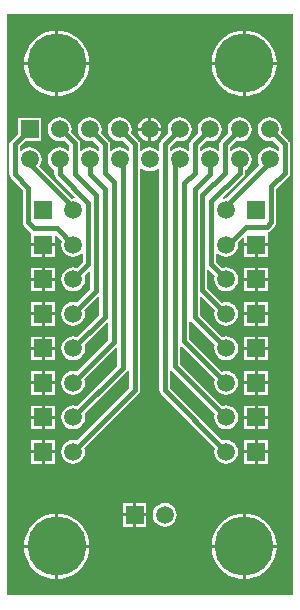
<source format=gbl>
%FSLAX24Y24*%
%MOIN*%
G70*
G01*
G75*
G04 Layer_Physical_Order=2*
G04 Layer_Color=16711680*
%ADD10R,0.0276X0.0354*%
%ADD11R,0.0335X0.0138*%
%ADD12R,0.0354X0.0276*%
%ADD13R,0.0433X0.0551*%
%ADD14C,0.0100*%
%ADD15C,0.0300*%
%ADD16C,0.0250*%
%ADD17R,0.0591X0.0591*%
%ADD18C,0.0591*%
%ADD19C,0.1969*%
%ADD20C,0.0150*%
%ADD21C,0.0200*%
G36*
X61890Y17066D02*
X52353D01*
Y36447D01*
X61890D01*
Y17066D01*
D02*
G37*
%LPC*%
G36*
X53500Y23395D02*
X53155D01*
Y23050D01*
X53500D01*
Y23395D01*
D02*
G37*
G36*
X61045Y22950D02*
X60700D01*
Y22605D01*
X61045D01*
Y22950D01*
D02*
G37*
G36*
X60600Y23395D02*
X60255D01*
Y23050D01*
X60600D01*
Y23395D01*
D02*
G37*
G36*
X53945D02*
X53600D01*
Y23050D01*
X53945D01*
Y23395D01*
D02*
G37*
G36*
X60600Y22950D02*
X60255D01*
Y22605D01*
X60600D01*
Y22950D01*
D02*
G37*
G36*
X61045Y22245D02*
X60700D01*
Y21900D01*
X61045D01*
Y22245D01*
D02*
G37*
G36*
X60600D02*
X60255D01*
Y21900D01*
X60600D01*
Y22245D01*
D02*
G37*
G36*
X53945Y22950D02*
X53600D01*
Y22605D01*
X53945D01*
Y22950D01*
D02*
G37*
G36*
X53500D02*
X53155D01*
Y22605D01*
X53500D01*
Y22950D01*
D02*
G37*
G36*
X61045Y23395D02*
X60700D01*
Y23050D01*
X61045D01*
Y23395D01*
D02*
G37*
G36*
X60600Y24545D02*
X60255D01*
Y24200D01*
X60600D01*
Y24545D01*
D02*
G37*
G36*
X53945D02*
X53600D01*
Y24200D01*
X53945D01*
Y24545D01*
D02*
G37*
G36*
X53500Y25250D02*
X53155D01*
Y24905D01*
X53500D01*
Y25250D01*
D02*
G37*
G36*
X61045Y24545D02*
X60700D01*
Y24200D01*
X61045D01*
Y24545D01*
D02*
G37*
G36*
X53500D02*
X53155D01*
Y24200D01*
X53500D01*
Y24545D01*
D02*
G37*
G36*
X53945Y24100D02*
X53600D01*
Y23755D01*
X53945D01*
Y24100D01*
D02*
G37*
G36*
X53500D02*
X53155D01*
Y23755D01*
X53500D01*
Y24100D01*
D02*
G37*
G36*
X61045D02*
X60700D01*
Y23755D01*
X61045D01*
Y24100D01*
D02*
G37*
G36*
X60600D02*
X60255D01*
Y23755D01*
X60600D01*
Y24100D01*
D02*
G37*
G36*
X60200Y19784D02*
X60080Y19774D01*
X59914Y19734D01*
X59756Y19669D01*
X59611Y19580D01*
X59481Y19469D01*
X59370Y19339D01*
X59281Y19194D01*
X59216Y19036D01*
X59176Y18870D01*
X59166Y18750D01*
X60200D01*
Y19784D01*
D02*
G37*
G36*
X54050D02*
Y18750D01*
X55084D01*
X55074Y18870D01*
X55034Y19036D01*
X54969Y19194D01*
X54880Y19339D01*
X54769Y19469D01*
X54639Y19580D01*
X54494Y19669D01*
X54336Y19734D01*
X54170Y19774D01*
X54050Y19784D01*
D02*
G37*
G36*
X57600Y20149D02*
X57497Y20135D01*
X57401Y20095D01*
X57318Y20032D01*
X57255Y19949D01*
X57215Y19853D01*
X57201Y19750D01*
X57215Y19647D01*
X57255Y19551D01*
X57318Y19468D01*
X57401Y19405D01*
X57497Y19365D01*
X57600Y19351D01*
X57703Y19365D01*
X57799Y19405D01*
X57882Y19468D01*
X57945Y19551D01*
X57985Y19647D01*
X57999Y19750D01*
X57985Y19853D01*
X57945Y19949D01*
X57882Y20032D01*
X57799Y20095D01*
X57703Y20135D01*
X57600Y20149D01*
D02*
G37*
G36*
X60300Y19784D02*
Y18750D01*
X61334D01*
X61324Y18870D01*
X61284Y19036D01*
X61219Y19194D01*
X61130Y19339D01*
X61019Y19469D01*
X60889Y19580D01*
X60744Y19669D01*
X60586Y19734D01*
X60420Y19774D01*
X60300Y19784D01*
D02*
G37*
G36*
X53950D02*
X53830Y19774D01*
X53664Y19734D01*
X53506Y19669D01*
X53361Y19580D01*
X53231Y19469D01*
X53120Y19339D01*
X53031Y19194D01*
X52966Y19036D01*
X52926Y18870D01*
X52916Y18750D01*
X53950D01*
Y19784D01*
D02*
G37*
G36*
X55084Y18650D02*
X54050D01*
Y17616D01*
X54170Y17626D01*
X54336Y17666D01*
X54494Y17731D01*
X54639Y17820D01*
X54769Y17931D01*
X54880Y18061D01*
X54969Y18206D01*
X55034Y18364D01*
X55074Y18530D01*
X55084Y18650D01*
D02*
G37*
G36*
X53950D02*
X52916D01*
X52926Y18530D01*
X52966Y18364D01*
X53031Y18206D01*
X53120Y18061D01*
X53231Y17931D01*
X53361Y17820D01*
X53506Y17731D01*
X53664Y17666D01*
X53830Y17626D01*
X53950Y17616D01*
Y18650D01*
D02*
G37*
G36*
X61334D02*
X60300D01*
Y17616D01*
X60420Y17626D01*
X60586Y17666D01*
X60744Y17731D01*
X60889Y17820D01*
X61019Y17931D01*
X61130Y18061D01*
X61219Y18206D01*
X61284Y18364D01*
X61324Y18530D01*
X61334Y18650D01*
D02*
G37*
G36*
X60200D02*
X59166D01*
X59176Y18530D01*
X59216Y18364D01*
X59281Y18206D01*
X59370Y18061D01*
X59481Y17931D01*
X59611Y17820D01*
X59756Y17731D01*
X59914Y17666D01*
X60080Y17626D01*
X60200Y17616D01*
Y18650D01*
D02*
G37*
G36*
X56550Y19700D02*
X56205D01*
Y19355D01*
X56550D01*
Y19700D01*
D02*
G37*
G36*
X61045Y21800D02*
X60700D01*
Y21455D01*
X61045D01*
Y21800D01*
D02*
G37*
G36*
X60600D02*
X60255D01*
Y21455D01*
X60600D01*
Y21800D01*
D02*
G37*
G36*
X53945Y22245D02*
X53600D01*
Y21900D01*
X53945D01*
Y22245D01*
D02*
G37*
G36*
X53500D02*
X53155D01*
Y21900D01*
X53500D01*
Y22245D01*
D02*
G37*
G36*
X53945Y21800D02*
X53600D01*
Y21455D01*
X53945D01*
Y21800D01*
D02*
G37*
G36*
X56550Y20145D02*
X56205D01*
Y19800D01*
X56550D01*
Y20145D01*
D02*
G37*
G36*
X56995Y19700D02*
X56650D01*
Y19355D01*
X56995D01*
Y19700D01*
D02*
G37*
G36*
X53500Y21800D02*
X53155D01*
Y21455D01*
X53500D01*
Y21800D01*
D02*
G37*
G36*
X56995Y20145D02*
X56650D01*
Y19800D01*
X56995D01*
Y20145D01*
D02*
G37*
G36*
X53945Y25250D02*
X53600D01*
Y24905D01*
X53945D01*
Y25250D01*
D02*
G37*
G36*
X61100Y32999D02*
X60997Y32985D01*
X60901Y32945D01*
X60818Y32882D01*
X60755Y32799D01*
X60715Y32703D01*
X60701Y32600D01*
X60715Y32497D01*
X60755Y32401D01*
X60818Y32318D01*
X60901Y32255D01*
X60997Y32215D01*
X61100Y32201D01*
X61203Y32215D01*
X61224Y32224D01*
X61422Y32026D01*
Y31908D01*
X61377Y31886D01*
X61299Y31945D01*
X61203Y31985D01*
X61100Y31999D01*
X60997Y31985D01*
X60901Y31945D01*
X60818Y31882D01*
X60755Y31799D01*
X60715Y31703D01*
X60701Y31600D01*
X60715Y31497D01*
X60753Y31405D01*
X59646Y30298D01*
X59556Y30286D01*
X59533Y30331D01*
X60226Y31024D01*
X60265Y31082D01*
X60278Y31150D01*
X60278Y31150D01*
Y31246D01*
X60299Y31255D01*
X60382Y31318D01*
X60445Y31401D01*
X60485Y31497D01*
X60499Y31600D01*
X60485Y31703D01*
X60445Y31799D01*
X60382Y31882D01*
X60299Y31945D01*
X60203Y31985D01*
X60100Y31999D01*
X59997Y31985D01*
X59901Y31945D01*
X59823Y31886D01*
X59778Y31908D01*
Y32026D01*
X59976Y32224D01*
X59997Y32215D01*
X60100Y32201D01*
X60203Y32215D01*
X60299Y32255D01*
X60382Y32318D01*
X60445Y32401D01*
X60485Y32497D01*
X60499Y32600D01*
X60485Y32703D01*
X60445Y32799D01*
X60382Y32882D01*
X60299Y32945D01*
X60203Y32985D01*
X60100Y32999D01*
X59997Y32985D01*
X59901Y32945D01*
X59818Y32882D01*
X59755Y32799D01*
X59715Y32703D01*
X59701Y32600D01*
X59715Y32497D01*
X59724Y32476D01*
X59474Y32226D01*
X59435Y32168D01*
X59422Y32100D01*
Y31908D01*
X59377Y31886D01*
X59299Y31945D01*
X59203Y31985D01*
X59100Y31999D01*
X58997Y31985D01*
X58901Y31945D01*
X58823Y31886D01*
X58778Y31908D01*
Y32026D01*
X58976Y32224D01*
X58997Y32215D01*
X59100Y32201D01*
X59203Y32215D01*
X59299Y32255D01*
X59382Y32318D01*
X59445Y32401D01*
X59485Y32497D01*
X59499Y32600D01*
X59485Y32703D01*
X59445Y32799D01*
X59382Y32882D01*
X59299Y32945D01*
X59203Y32985D01*
X59100Y32999D01*
X58997Y32985D01*
X58901Y32945D01*
X58818Y32882D01*
X58755Y32799D01*
X58715Y32703D01*
X58701Y32600D01*
X58715Y32497D01*
X58724Y32476D01*
X58474Y32226D01*
X58435Y32168D01*
X58422Y32100D01*
Y31908D01*
X58377Y31886D01*
X58299Y31945D01*
X58203Y31985D01*
X58100Y31999D01*
X57997Y31985D01*
X57901Y31945D01*
X57823Y31886D01*
X57778Y31908D01*
Y32026D01*
X57976Y32224D01*
X57997Y32215D01*
X58100Y32201D01*
X58203Y32215D01*
X58299Y32255D01*
X58382Y32318D01*
X58445Y32401D01*
X58485Y32497D01*
X58499Y32600D01*
X58485Y32703D01*
X58445Y32799D01*
X58382Y32882D01*
X58299Y32945D01*
X58203Y32985D01*
X58100Y32999D01*
X57997Y32985D01*
X57901Y32945D01*
X57818Y32882D01*
X57755Y32799D01*
X57715Y32703D01*
X57701Y32600D01*
X57715Y32497D01*
X57724Y32476D01*
X57474Y32226D01*
X57435Y32168D01*
X57422Y32100D01*
Y31908D01*
X57377Y31886D01*
X57299Y31945D01*
X57203Y31985D01*
X57100Y31999D01*
X56997Y31985D01*
X56901Y31945D01*
X56823Y31886D01*
X56778Y31908D01*
Y32100D01*
X56778Y32100D01*
X56765Y32168D01*
X56746Y32197D01*
X56726Y32226D01*
X56726Y32226D01*
X56476Y32476D01*
X56485Y32497D01*
X56499Y32600D01*
X56485Y32703D01*
X56445Y32799D01*
X56382Y32882D01*
X56299Y32945D01*
X56203Y32985D01*
X56100Y32999D01*
X55997Y32985D01*
X55901Y32945D01*
X55818Y32882D01*
X55755Y32799D01*
X55715Y32703D01*
X55701Y32600D01*
X55715Y32497D01*
X55755Y32401D01*
X55818Y32318D01*
X55901Y32255D01*
X55997Y32215D01*
X56100Y32201D01*
X56203Y32215D01*
X56224Y32224D01*
X56422Y32026D01*
Y31908D01*
X56377Y31886D01*
X56299Y31945D01*
X56203Y31985D01*
X56100Y31999D01*
X55997Y31985D01*
X55901Y31945D01*
X55823Y31886D01*
X55778Y31908D01*
Y32100D01*
X55778Y32100D01*
X55765Y32168D01*
X55746Y32197D01*
X55726Y32226D01*
X55726Y32226D01*
X55476Y32476D01*
X55485Y32497D01*
X55499Y32600D01*
X55485Y32703D01*
X55445Y32799D01*
X55382Y32882D01*
X55299Y32945D01*
X55203Y32985D01*
X55100Y32999D01*
X54997Y32985D01*
X54901Y32945D01*
X54818Y32882D01*
X54755Y32799D01*
X54715Y32703D01*
X54701Y32600D01*
X54715Y32497D01*
X54755Y32401D01*
X54818Y32318D01*
X54901Y32255D01*
X54997Y32215D01*
X55100Y32201D01*
X55203Y32215D01*
X55224Y32224D01*
X55422Y32026D01*
Y31908D01*
X55377Y31886D01*
X55299Y31945D01*
X55203Y31985D01*
X55100Y31999D01*
X54997Y31985D01*
X54901Y31945D01*
X54823Y31886D01*
X54778Y31908D01*
Y32150D01*
X54778Y32150D01*
X54765Y32218D01*
X54746Y32247D01*
X54726Y32276D01*
X54726Y32276D01*
X54487Y32515D01*
X54499Y32600D01*
X54485Y32703D01*
X54445Y32799D01*
X54382Y32882D01*
X54299Y32945D01*
X54203Y32985D01*
X54100Y32999D01*
X53997Y32985D01*
X53901Y32945D01*
X53818Y32882D01*
X53755Y32799D01*
X53715Y32703D01*
X53701Y32600D01*
X53715Y32497D01*
X53755Y32401D01*
X53818Y32318D01*
X53901Y32255D01*
X53997Y32215D01*
X54100Y32201D01*
X54203Y32215D01*
X54259Y32238D01*
X54422Y32076D01*
Y31908D01*
X54377Y31886D01*
X54299Y31945D01*
X54203Y31985D01*
X54100Y31999D01*
X53997Y31985D01*
X53901Y31945D01*
X53818Y31882D01*
X53755Y31799D01*
X53715Y31703D01*
X53701Y31600D01*
X53715Y31497D01*
X53755Y31401D01*
X53818Y31318D01*
X53901Y31255D01*
X53922Y31246D01*
Y31100D01*
X53935Y31032D01*
X53974Y30974D01*
X54609Y30339D01*
X54587Y30294D01*
X54550Y30299D01*
X54509Y30293D01*
X53426Y31376D01*
X53445Y31401D01*
X53485Y31497D01*
X53499Y31600D01*
X53485Y31703D01*
X53445Y31799D01*
X53382Y31882D01*
X53299Y31945D01*
X53203Y31985D01*
X53100Y31999D01*
X52997Y31985D01*
X52901Y31945D01*
X52823Y31886D01*
X52778Y31908D01*
Y32026D01*
X52957Y32205D01*
X53495D01*
Y32995D01*
X52705D01*
Y32457D01*
X52474Y32226D01*
X52435Y32168D01*
X52422Y32100D01*
Y31100D01*
X52435Y31032D01*
X52474Y30974D01*
X52872Y30576D01*
Y29500D01*
X52872Y29500D01*
X52872D01*
X52885Y29432D01*
X52924Y29374D01*
X53124Y29174D01*
X53124Y29174D01*
X53153Y29154D01*
X53157Y29152D01*
X53155Y29145D01*
X53155D01*
X53155Y29145D01*
Y28800D01*
X53945D01*
Y29037D01*
X53991Y29056D01*
X54174Y28874D01*
X54165Y28853D01*
X54151Y28750D01*
X54165Y28647D01*
X54205Y28551D01*
X54268Y28468D01*
X54351Y28405D01*
X54447Y28365D01*
X54550Y28351D01*
X54653Y28365D01*
X54749Y28405D01*
X54827Y28464D01*
X54872Y28442D01*
Y28174D01*
X54674Y27976D01*
X54653Y27985D01*
X54550Y27999D01*
X54447Y27985D01*
X54351Y27945D01*
X54268Y27882D01*
X54205Y27799D01*
X54165Y27703D01*
X54151Y27600D01*
X54165Y27497D01*
X54205Y27401D01*
X54268Y27318D01*
X54351Y27255D01*
X54447Y27215D01*
X54550Y27201D01*
X54653Y27215D01*
X54749Y27255D01*
X54832Y27318D01*
X54895Y27401D01*
X54935Y27497D01*
X54949Y27600D01*
X54935Y27703D01*
X54926Y27724D01*
X55075Y27873D01*
X55122Y27854D01*
Y27274D01*
X54674Y26826D01*
X54653Y26835D01*
X54550Y26849D01*
X54447Y26835D01*
X54351Y26795D01*
X54268Y26732D01*
X54205Y26649D01*
X54165Y26553D01*
X54151Y26450D01*
X54165Y26347D01*
X54205Y26251D01*
X54268Y26168D01*
X54351Y26105D01*
X54447Y26065D01*
X54550Y26051D01*
X54653Y26065D01*
X54749Y26105D01*
X54832Y26168D01*
X54895Y26251D01*
X54935Y26347D01*
X54949Y26450D01*
X54935Y26553D01*
X54926Y26574D01*
X55375Y27023D01*
X55422Y27004D01*
Y26424D01*
X54674Y25676D01*
X54653Y25685D01*
X54550Y25699D01*
X54447Y25685D01*
X54351Y25645D01*
X54268Y25582D01*
X54205Y25499D01*
X54165Y25403D01*
X54151Y25300D01*
X54165Y25197D01*
X54205Y25101D01*
X54268Y25018D01*
X54351Y24955D01*
X54447Y24915D01*
X54550Y24901D01*
X54653Y24915D01*
X54749Y24955D01*
X54832Y25018D01*
X54895Y25101D01*
X54935Y25197D01*
X54949Y25300D01*
X54935Y25403D01*
X54926Y25424D01*
X55675Y26173D01*
X55722Y26154D01*
Y25574D01*
X54674Y24526D01*
X54653Y24535D01*
X54550Y24549D01*
X54447Y24535D01*
X54351Y24495D01*
X54268Y24432D01*
X54205Y24349D01*
X54165Y24253D01*
X54151Y24150D01*
X54165Y24047D01*
X54205Y23951D01*
X54268Y23868D01*
X54351Y23805D01*
X54447Y23765D01*
X54550Y23751D01*
X54653Y23765D01*
X54749Y23805D01*
X54832Y23868D01*
X54895Y23951D01*
X54935Y24047D01*
X54949Y24150D01*
X54935Y24253D01*
X54926Y24274D01*
X55975Y25323D01*
X56022Y25304D01*
Y24724D01*
X54674Y23376D01*
X54653Y23385D01*
X54550Y23399D01*
X54447Y23385D01*
X54351Y23345D01*
X54268Y23282D01*
X54205Y23199D01*
X54165Y23103D01*
X54151Y23000D01*
X54165Y22897D01*
X54205Y22801D01*
X54268Y22718D01*
X54351Y22655D01*
X54447Y22615D01*
X54550Y22601D01*
X54653Y22615D01*
X54749Y22655D01*
X54832Y22718D01*
X54895Y22801D01*
X54935Y22897D01*
X54949Y23000D01*
X54935Y23103D01*
X54926Y23124D01*
X56326Y24524D01*
X56326Y24524D01*
X56365Y24582D01*
X56372Y24617D01*
X56422Y24612D01*
Y23974D01*
X54674Y22226D01*
X54653Y22235D01*
X54550Y22249D01*
X54447Y22235D01*
X54351Y22195D01*
X54268Y22132D01*
X54205Y22049D01*
X54165Y21953D01*
X54151Y21850D01*
X54165Y21747D01*
X54205Y21651D01*
X54268Y21568D01*
X54351Y21505D01*
X54447Y21465D01*
X54550Y21451D01*
X54653Y21465D01*
X54749Y21505D01*
X54832Y21568D01*
X54895Y21651D01*
X54935Y21747D01*
X54949Y21850D01*
X54935Y21953D01*
X54926Y21974D01*
X56726Y23774D01*
X56765Y23832D01*
X56778Y23900D01*
X56778Y23900D01*
Y31292D01*
X56823Y31314D01*
X56901Y31255D01*
X56997Y31215D01*
X57100Y31201D01*
X57203Y31215D01*
X57299Y31255D01*
X57377Y31314D01*
X57422Y31292D01*
Y23900D01*
X57422Y23900D01*
X57422D01*
X57435Y23832D01*
X57474Y23774D01*
X59274Y21974D01*
X59265Y21953D01*
X59251Y21850D01*
X59265Y21747D01*
X59305Y21651D01*
X59368Y21568D01*
X59451Y21505D01*
X59547Y21465D01*
X59650Y21451D01*
X59753Y21465D01*
X59849Y21505D01*
X59932Y21568D01*
X59995Y21651D01*
X60035Y21747D01*
X60049Y21850D01*
X60035Y21953D01*
X59995Y22049D01*
X59932Y22132D01*
X59849Y22195D01*
X59753Y22235D01*
X59650Y22249D01*
X59547Y22235D01*
X59526Y22226D01*
X57778Y23974D01*
Y24543D01*
X57819Y24571D01*
X57825Y24573D01*
X59274Y23124D01*
X59265Y23103D01*
X59251Y23000D01*
X59265Y22897D01*
X59305Y22801D01*
X59368Y22718D01*
X59451Y22655D01*
X59547Y22615D01*
X59650Y22601D01*
X59753Y22615D01*
X59849Y22655D01*
X59932Y22718D01*
X59995Y22801D01*
X60035Y22897D01*
X60049Y23000D01*
X60035Y23103D01*
X59995Y23199D01*
X59932Y23282D01*
X59849Y23345D01*
X59753Y23385D01*
X59650Y23399D01*
X59547Y23385D01*
X59526Y23376D01*
X58128Y24774D01*
Y25354D01*
X58175Y25373D01*
X59274Y24274D01*
X59265Y24253D01*
X59251Y24150D01*
X59265Y24047D01*
X59305Y23951D01*
X59368Y23868D01*
X59451Y23805D01*
X59547Y23765D01*
X59650Y23751D01*
X59753Y23765D01*
X59849Y23805D01*
X59932Y23868D01*
X59995Y23951D01*
X60035Y24047D01*
X60049Y24150D01*
X60035Y24253D01*
X59995Y24349D01*
X59932Y24432D01*
X59849Y24495D01*
X59753Y24535D01*
X59650Y24549D01*
X59547Y24535D01*
X59526Y24526D01*
X58428Y25624D01*
Y26193D01*
X58469Y26221D01*
X58475Y26223D01*
X59274Y25424D01*
X59265Y25403D01*
X59251Y25300D01*
X59265Y25197D01*
X59305Y25101D01*
X59368Y25018D01*
X59451Y24955D01*
X59547Y24915D01*
X59650Y24901D01*
X59753Y24915D01*
X59849Y24955D01*
X59932Y25018D01*
X59995Y25101D01*
X60035Y25197D01*
X60049Y25300D01*
X60035Y25403D01*
X59995Y25499D01*
X59932Y25582D01*
X59849Y25645D01*
X59753Y25685D01*
X59650Y25699D01*
X59547Y25685D01*
X59526Y25676D01*
X58778Y26424D01*
Y27004D01*
X58825Y27023D01*
X59274Y26574D01*
X59265Y26553D01*
X59251Y26450D01*
X59265Y26347D01*
X59305Y26251D01*
X59368Y26168D01*
X59451Y26105D01*
X59547Y26065D01*
X59650Y26051D01*
X59753Y26065D01*
X59849Y26105D01*
X59932Y26168D01*
X59995Y26251D01*
X60035Y26347D01*
X60049Y26450D01*
X60035Y26553D01*
X59995Y26649D01*
X59932Y26732D01*
X59849Y26795D01*
X59753Y26835D01*
X59650Y26849D01*
X59547Y26835D01*
X59526Y26826D01*
X59028Y27324D01*
Y27904D01*
X59075Y27923D01*
X59274Y27724D01*
X59265Y27703D01*
X59251Y27600D01*
X59265Y27497D01*
X59305Y27401D01*
X59368Y27318D01*
X59451Y27255D01*
X59547Y27215D01*
X59650Y27201D01*
X59753Y27215D01*
X59849Y27255D01*
X59932Y27318D01*
X59995Y27401D01*
X60035Y27497D01*
X60049Y27600D01*
X60035Y27703D01*
X59995Y27799D01*
X59932Y27882D01*
X59849Y27945D01*
X59753Y27985D01*
X59650Y27999D01*
X59547Y27985D01*
X59526Y27976D01*
X59328Y28174D01*
Y28442D01*
X59373Y28464D01*
X59451Y28405D01*
X59547Y28365D01*
X59650Y28351D01*
X59753Y28365D01*
X59849Y28405D01*
X59932Y28468D01*
X59995Y28551D01*
X60035Y28647D01*
X60049Y28750D01*
X60037Y28835D01*
X60209Y29006D01*
X60255Y28987D01*
Y28800D01*
X61045D01*
Y29145D01*
X61045D01*
Y29181D01*
X61068Y29185D01*
X61126Y29224D01*
X61276Y29374D01*
X61315Y29432D01*
X61328Y29500D01*
Y30626D01*
X61726Y31024D01*
X61765Y31082D01*
X61778Y31150D01*
X61778Y31150D01*
X61778Y31150D01*
Y31150D01*
Y32100D01*
X61778Y32100D01*
X61765Y32168D01*
X61746Y32197D01*
X61726Y32226D01*
X61726Y32226D01*
X61476Y32476D01*
X61485Y32497D01*
X61499Y32600D01*
X61485Y32703D01*
X61445Y32799D01*
X61382Y32882D01*
X61299Y32945D01*
X61203Y32985D01*
X61100Y32999D01*
D02*
G37*
G36*
X61045Y28700D02*
X60700D01*
Y28355D01*
X61045D01*
Y28700D01*
D02*
G37*
G36*
X57492Y32550D02*
X57150D01*
Y32208D01*
X57203Y32215D01*
X57299Y32255D01*
X57382Y32318D01*
X57445Y32401D01*
X57485Y32497D01*
X57492Y32550D01*
D02*
G37*
G36*
X57050D02*
X56708D01*
X56715Y32497D01*
X56755Y32401D01*
X56818Y32318D01*
X56901Y32255D01*
X56997Y32215D01*
X57050Y32208D01*
Y32550D01*
D02*
G37*
G36*
X60600Y28700D02*
X60255D01*
Y28355D01*
X60600D01*
Y28700D01*
D02*
G37*
G36*
X61045Y27995D02*
X60700D01*
Y27650D01*
X61045D01*
Y27995D01*
D02*
G37*
G36*
X60600D02*
X60255D01*
Y27650D01*
X60600D01*
Y27995D01*
D02*
G37*
G36*
X53945Y28700D02*
X53600D01*
Y28355D01*
X53945D01*
Y28700D01*
D02*
G37*
G36*
X53500D02*
X53155D01*
Y28355D01*
X53500D01*
Y28700D01*
D02*
G37*
G36*
X57050Y32992D02*
X56997Y32985D01*
X56901Y32945D01*
X56818Y32882D01*
X56755Y32799D01*
X56715Y32703D01*
X56708Y32650D01*
X57050D01*
Y32992D01*
D02*
G37*
G36*
X54050Y35884D02*
Y34850D01*
X55084D01*
X55074Y34970D01*
X55034Y35136D01*
X54969Y35294D01*
X54880Y35439D01*
X54769Y35569D01*
X54639Y35680D01*
X54494Y35769D01*
X54336Y35834D01*
X54170Y35874D01*
X54050Y35884D01*
D02*
G37*
G36*
X53950D02*
X53830Y35874D01*
X53664Y35834D01*
X53506Y35769D01*
X53361Y35680D01*
X53231Y35569D01*
X53120Y35439D01*
X53031Y35294D01*
X52966Y35136D01*
X52926Y34970D01*
X52916Y34850D01*
X53950D01*
Y35884D01*
D02*
G37*
G36*
X60300D02*
Y34850D01*
X61334D01*
X61324Y34970D01*
X61284Y35136D01*
X61219Y35294D01*
X61130Y35439D01*
X61019Y35569D01*
X60889Y35680D01*
X60744Y35769D01*
X60586Y35834D01*
X60420Y35874D01*
X60300Y35884D01*
D02*
G37*
G36*
X60200D02*
X60080Y35874D01*
X59914Y35834D01*
X59756Y35769D01*
X59611Y35680D01*
X59481Y35569D01*
X59370Y35439D01*
X59281Y35294D01*
X59216Y35136D01*
X59176Y34970D01*
X59166Y34850D01*
X60200D01*
Y35884D01*
D02*
G37*
G36*
X61334Y34750D02*
X60300D01*
Y33716D01*
X60420Y33726D01*
X60586Y33766D01*
X60744Y33831D01*
X60889Y33920D01*
X61019Y34031D01*
X61130Y34161D01*
X61219Y34306D01*
X61284Y34464D01*
X61324Y34630D01*
X61334Y34750D01*
D02*
G37*
G36*
X53950D02*
X52916D01*
X52926Y34630D01*
X52966Y34464D01*
X53031Y34306D01*
X53120Y34161D01*
X53231Y34031D01*
X53361Y33920D01*
X53506Y33831D01*
X53664Y33766D01*
X53830Y33726D01*
X53950Y33716D01*
Y34750D01*
D02*
G37*
G36*
X57150Y32992D02*
Y32650D01*
X57492D01*
X57485Y32703D01*
X57445Y32799D01*
X57382Y32882D01*
X57299Y32945D01*
X57203Y32985D01*
X57150Y32992D01*
D02*
G37*
G36*
X60200Y34750D02*
X59166D01*
X59176Y34630D01*
X59216Y34464D01*
X59281Y34306D01*
X59370Y34161D01*
X59481Y34031D01*
X59611Y33920D01*
X59756Y33831D01*
X59914Y33766D01*
X60080Y33726D01*
X60200Y33716D01*
Y34750D01*
D02*
G37*
G36*
X55084D02*
X54050D01*
Y33716D01*
X54170Y33726D01*
X54336Y33766D01*
X54494Y33831D01*
X54639Y33920D01*
X54769Y34031D01*
X54880Y34161D01*
X54969Y34306D01*
X55034Y34464D01*
X55074Y34630D01*
X55084Y34750D01*
D02*
G37*
G36*
X53945Y27995D02*
X53600D01*
Y27650D01*
X53945D01*
Y27995D01*
D02*
G37*
G36*
X53500Y26400D02*
X53155D01*
Y26055D01*
X53500D01*
Y26400D01*
D02*
G37*
G36*
X61045Y25695D02*
X60700D01*
Y25350D01*
X61045D01*
Y25695D01*
D02*
G37*
G36*
X60600Y26400D02*
X60255D01*
Y26055D01*
X60600D01*
Y26400D01*
D02*
G37*
G36*
X53945D02*
X53600D01*
Y26055D01*
X53945D01*
Y26400D01*
D02*
G37*
G36*
X60600Y25695D02*
X60255D01*
Y25350D01*
X60600D01*
Y25695D01*
D02*
G37*
G36*
X61045Y25250D02*
X60700D01*
Y24905D01*
X61045D01*
Y25250D01*
D02*
G37*
G36*
X60600D02*
X60255D01*
Y24905D01*
X60600D01*
Y25250D01*
D02*
G37*
G36*
X53945Y25695D02*
X53600D01*
Y25350D01*
X53945D01*
Y25695D01*
D02*
G37*
G36*
X53500D02*
X53155D01*
Y25350D01*
X53500D01*
Y25695D01*
D02*
G37*
G36*
X61045Y26400D02*
X60700D01*
Y26055D01*
X61045D01*
Y26400D01*
D02*
G37*
G36*
X60600Y27550D02*
X60255D01*
Y27205D01*
X60600D01*
Y27550D01*
D02*
G37*
G36*
X53945D02*
X53600D01*
Y27205D01*
X53945D01*
Y27550D01*
D02*
G37*
G36*
X53500Y27995D02*
X53155D01*
Y27650D01*
X53500D01*
Y27995D01*
D02*
G37*
G36*
X61045Y27550D02*
X60700D01*
Y27205D01*
X61045D01*
Y27550D01*
D02*
G37*
G36*
X53500D02*
X53155D01*
Y27205D01*
X53500D01*
Y27550D01*
D02*
G37*
G36*
X53945Y26845D02*
X53600D01*
Y26500D01*
X53945D01*
Y26845D01*
D02*
G37*
G36*
X53500D02*
X53155D01*
Y26500D01*
X53500D01*
Y26845D01*
D02*
G37*
G36*
X61045D02*
X60700D01*
Y26500D01*
X61045D01*
Y26845D01*
D02*
G37*
G36*
X60600D02*
X60255D01*
Y26500D01*
X60600D01*
Y26845D01*
D02*
G37*
%LPD*%
D14*
X59650Y28750D02*
X59700D01*
X59650Y29900D02*
Y30050D01*
X61100Y31500D02*
Y31600D01*
X53100Y31450D02*
Y31550D01*
X54550Y29900D02*
Y30000D01*
D17*
X53100Y32600D02*
D03*
X53550Y29900D02*
D03*
Y28750D02*
D03*
Y27600D02*
D03*
Y26450D02*
D03*
Y25300D02*
D03*
Y24150D02*
D03*
Y23000D02*
D03*
Y21850D02*
D03*
X60650Y29900D02*
D03*
Y28750D02*
D03*
Y27600D02*
D03*
Y26450D02*
D03*
Y25300D02*
D03*
Y24150D02*
D03*
Y23000D02*
D03*
Y21850D02*
D03*
X56600Y19750D02*
D03*
D18*
X61100Y31600D02*
D03*
Y32600D02*
D03*
X60100Y31600D02*
D03*
Y32600D02*
D03*
X59100Y31600D02*
D03*
Y32600D02*
D03*
X58100Y31600D02*
D03*
Y32600D02*
D03*
X57100Y31600D02*
D03*
Y32600D02*
D03*
X56100Y31600D02*
D03*
Y32600D02*
D03*
X55100Y31600D02*
D03*
Y32600D02*
D03*
X54100Y31600D02*
D03*
Y32600D02*
D03*
X53100Y31600D02*
D03*
X54550Y29900D02*
D03*
Y28750D02*
D03*
Y27600D02*
D03*
Y26450D02*
D03*
Y25300D02*
D03*
Y24150D02*
D03*
Y23000D02*
D03*
Y21850D02*
D03*
X59650Y29900D02*
D03*
Y28750D02*
D03*
Y27600D02*
D03*
Y26450D02*
D03*
Y25300D02*
D03*
Y24150D02*
D03*
Y23000D02*
D03*
Y21850D02*
D03*
X57600Y19750D02*
D03*
D19*
X54000Y18700D02*
D03*
X60250D02*
D03*
Y34800D02*
D03*
X54000D02*
D03*
D20*
X54550Y27600D02*
X55050Y28100D01*
X54550Y26450D02*
X55300Y27200D01*
Y30400D01*
X54600Y31100D02*
X55300Y30400D01*
X54600Y31100D02*
Y32150D01*
X54100Y32650D02*
X54600Y32150D01*
X55100Y31100D02*
Y31600D01*
Y32600D02*
X55600Y32100D01*
X54550Y21850D02*
X56600Y23900D01*
Y32100D01*
X56100Y32600D02*
X56600Y32100D01*
X59700Y28750D02*
X60300Y29350D01*
X59150Y28100D02*
X59650Y27600D01*
X60100Y31150D02*
Y31600D01*
X59100Y31100D02*
Y31600D01*
X58600Y32100D02*
X59100Y32600D01*
X57600Y23900D02*
X59650Y21850D01*
X57600Y23900D02*
Y32100D01*
X58100Y32600D01*
X59600Y31150D02*
Y32100D01*
X60100Y32600D01*
X59150Y28100D02*
Y30200D01*
X60100Y31150D01*
X59650Y30050D02*
X61100Y31500D01*
X53100Y31450D02*
X54550Y30000D01*
X53050Y29500D02*
X53250Y29300D01*
X54000D01*
X54550Y28750D01*
X61150Y30700D02*
X61600Y31150D01*
Y32100D01*
X61100Y32600D02*
X61600Y32100D01*
X53050Y29500D02*
Y30650D01*
X52600Y31100D02*
X53050Y30650D01*
X52600Y31100D02*
Y32100D01*
X53100Y32600D01*
X58600Y31150D02*
Y32100D01*
X55600Y31150D02*
Y32100D01*
X58600Y26350D02*
X59650Y25300D01*
X58600Y26350D02*
Y30600D01*
X59100Y31100D01*
X58250Y25550D02*
X59650Y24150D01*
X58250Y25550D02*
Y30800D01*
X58600Y31150D01*
X57950Y24700D02*
Y31450D01*
Y24700D02*
X59650Y23000D01*
X58850Y27250D02*
X59650Y26450D01*
X58850Y27250D02*
Y30400D01*
X59600Y31150D01*
X60300Y29350D02*
X61000D01*
X61150Y29500D01*
Y30700D01*
X55050Y28100D02*
Y30150D01*
X54100Y31100D02*
Y31600D01*
Y31100D02*
X55050Y30150D01*
X54550Y24150D02*
X55900Y25500D01*
Y30850D01*
X55600Y31150D02*
X55900Y30850D01*
X54550Y25300D02*
X55600Y26350D01*
Y30600D01*
X55100Y31100D02*
X55600Y30600D01*
X54550Y23000D02*
X56200Y24650D01*
Y31500D01*
X56100Y31600D02*
X56200Y31500D01*
D21*
X57950Y31450D02*
X58100Y31600D01*
M02*

</source>
